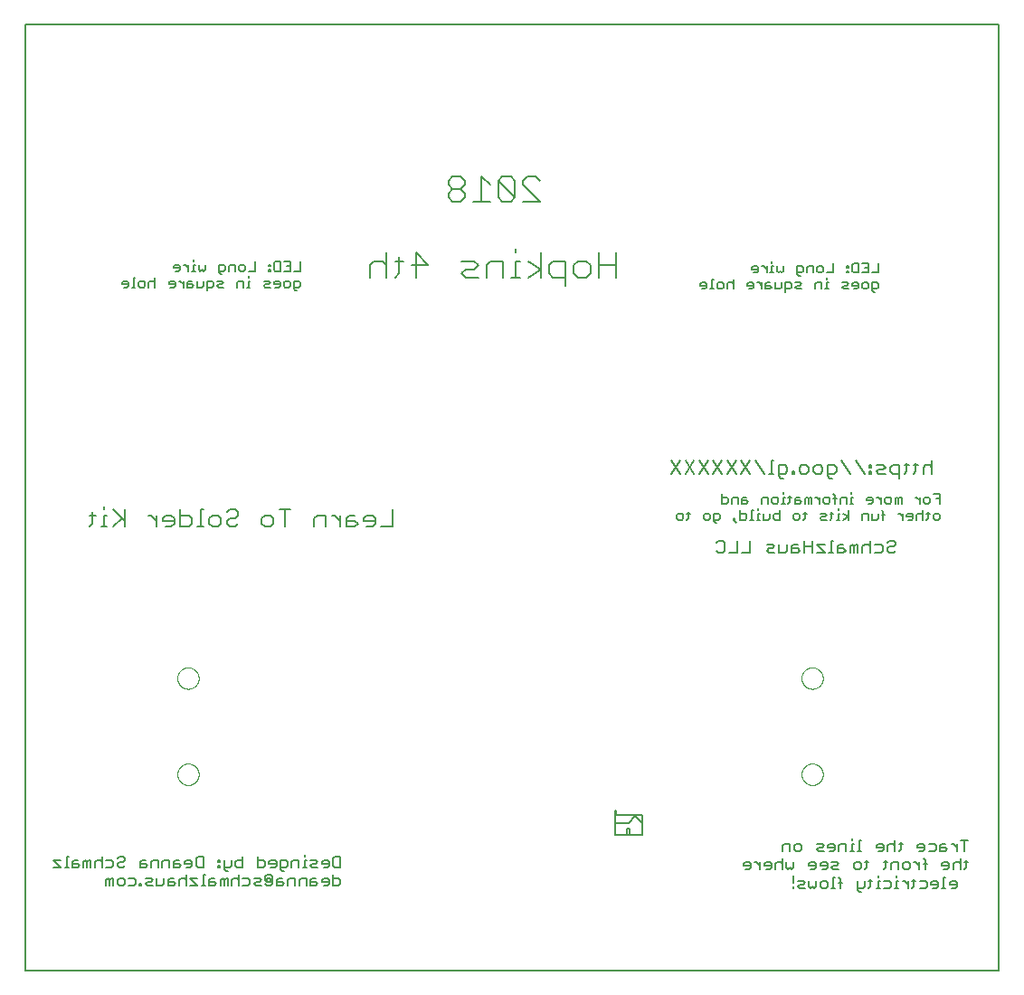
<source format=gbo>
G75*
%MOIN*%
%OFA0B0*%
%FSLAX25Y25*%
%IPPOS*%
%LPD*%
%AMOC8*
5,1,8,0,0,1.08239X$1,22.5*
%
%ADD10C,0.00800*%
%ADD11C,0.00600*%
%ADD12C,0.00500*%
%ADD13C,0.00700*%
%ADD14C,0.00000*%
D10*
X0218603Y0051182D02*
X0223103Y0051182D01*
X0223103Y0053682D01*
X0224103Y0053682D01*
X0224103Y0051682D01*
X0223103Y0051182D02*
X0228603Y0051182D01*
X0228603Y0055682D01*
X0226103Y0058182D01*
X0223603Y0055682D01*
X0218603Y0055682D01*
X0218603Y0051182D01*
X0218603Y0055682D02*
X0218603Y0060182D01*
X0219103Y0060182D01*
X0219103Y0058682D01*
X0228603Y0058682D01*
X0228603Y0055682D01*
X0200437Y0253552D02*
X0200437Y0262760D01*
X0195833Y0262760D01*
X0194298Y0261225D01*
X0194298Y0258156D01*
X0195833Y0256621D01*
X0200437Y0256621D01*
X0203506Y0258156D02*
X0203506Y0261225D01*
X0205041Y0262760D01*
X0208110Y0262760D01*
X0209645Y0261225D01*
X0209645Y0258156D01*
X0208110Y0256621D01*
X0205041Y0256621D01*
X0203506Y0258156D01*
X0212714Y0256621D02*
X0212714Y0265829D01*
X0212714Y0261225D02*
X0218853Y0261225D01*
X0218853Y0256621D02*
X0218853Y0265829D01*
X0191229Y0265829D02*
X0191229Y0256621D01*
X0191229Y0259691D02*
X0186625Y0262760D01*
X0183556Y0262760D02*
X0182021Y0262760D01*
X0182021Y0256621D01*
X0180487Y0256621D02*
X0183556Y0256621D01*
X0186625Y0256621D02*
X0191229Y0259691D01*
X0182021Y0265829D02*
X0182021Y0267364D01*
X0177417Y0262760D02*
X0172813Y0262760D01*
X0171279Y0261225D01*
X0171279Y0256621D01*
X0168210Y0256621D02*
X0163606Y0256621D01*
X0162071Y0258156D01*
X0163606Y0259691D01*
X0166675Y0259691D01*
X0168210Y0261225D01*
X0166675Y0262760D01*
X0162071Y0262760D01*
X0149794Y0261225D02*
X0143655Y0261225D01*
X0140586Y0262760D02*
X0137517Y0262760D01*
X0139051Y0264294D02*
X0139051Y0258156D01*
X0137517Y0256621D01*
X0134447Y0256621D02*
X0134447Y0265829D01*
X0132913Y0262760D02*
X0129843Y0262760D01*
X0128309Y0261225D01*
X0128309Y0256621D01*
X0134447Y0261225D02*
X0132913Y0262760D01*
X0145190Y0265829D02*
X0145190Y0256621D01*
X0149794Y0261225D02*
X0145190Y0265829D01*
X0158751Y0284672D02*
X0161821Y0284672D01*
X0163355Y0286207D01*
X0163355Y0287742D01*
X0161821Y0289276D01*
X0158751Y0289276D01*
X0157217Y0287742D01*
X0157217Y0286207D01*
X0158751Y0284672D01*
X0158751Y0289276D02*
X0157217Y0290811D01*
X0157217Y0292346D01*
X0158751Y0293880D01*
X0161821Y0293880D01*
X0163355Y0292346D01*
X0163355Y0290811D01*
X0161821Y0289276D01*
X0166424Y0284672D02*
X0172563Y0284672D01*
X0169494Y0284672D02*
X0169494Y0293880D01*
X0172563Y0290811D01*
X0175632Y0292346D02*
X0175632Y0286207D01*
X0177167Y0284672D01*
X0180236Y0284672D01*
X0181771Y0286207D01*
X0175632Y0292346D01*
X0177167Y0293880D01*
X0180236Y0293880D01*
X0181771Y0292346D01*
X0181771Y0286207D01*
X0184840Y0284672D02*
X0190979Y0284672D01*
X0184840Y0290811D01*
X0184840Y0292346D01*
X0186375Y0293880D01*
X0189444Y0293880D01*
X0190979Y0292346D01*
X0177417Y0262760D02*
X0177417Y0256621D01*
D11*
X0001300Y0350001D02*
X0001300Y0001300D01*
X0360001Y0001300D01*
X0360001Y0350001D01*
X0001300Y0350001D01*
X0030424Y0172262D02*
X0030424Y0171194D01*
X0030424Y0169059D02*
X0030424Y0164789D01*
X0031491Y0164789D02*
X0029356Y0164789D01*
X0026127Y0165857D02*
X0025059Y0164789D01*
X0026127Y0165857D02*
X0026127Y0170127D01*
X0027194Y0169059D02*
X0025059Y0169059D01*
X0030424Y0169059D02*
X0031491Y0169059D01*
X0033666Y0171194D02*
X0037937Y0166924D01*
X0036869Y0167992D02*
X0033666Y0164789D01*
X0037937Y0164789D02*
X0037937Y0171194D01*
X0046551Y0169059D02*
X0047618Y0169059D01*
X0049754Y0166924D01*
X0049754Y0164789D02*
X0049754Y0169059D01*
X0051929Y0167992D02*
X0051929Y0166924D01*
X0056199Y0166924D01*
X0056199Y0165857D02*
X0056199Y0167992D01*
X0055131Y0169059D01*
X0052996Y0169059D01*
X0051929Y0167992D01*
X0052996Y0164789D02*
X0055131Y0164789D01*
X0056199Y0165857D01*
X0058374Y0164789D02*
X0061577Y0164789D01*
X0062645Y0165857D01*
X0062645Y0167992D01*
X0061577Y0169059D01*
X0058374Y0169059D01*
X0058374Y0171194D02*
X0058374Y0164789D01*
X0064806Y0164789D02*
X0066941Y0164789D01*
X0065874Y0164789D02*
X0065874Y0171194D01*
X0066941Y0171194D01*
X0069117Y0167992D02*
X0070184Y0169059D01*
X0072319Y0169059D01*
X0073387Y0167992D01*
X0073387Y0165857D01*
X0072319Y0164789D01*
X0070184Y0164789D01*
X0069117Y0165857D01*
X0069117Y0167992D01*
X0075562Y0166924D02*
X0075562Y0165857D01*
X0076630Y0164789D01*
X0078765Y0164789D01*
X0079832Y0165857D01*
X0078765Y0167992D02*
X0079832Y0169059D01*
X0079832Y0170127D01*
X0078765Y0171194D01*
X0076630Y0171194D01*
X0075562Y0170127D01*
X0076630Y0167992D02*
X0075562Y0166924D01*
X0076630Y0167992D02*
X0078765Y0167992D01*
X0088453Y0167992D02*
X0089521Y0169059D01*
X0091656Y0169059D01*
X0092723Y0167992D01*
X0092723Y0165857D01*
X0091656Y0164789D01*
X0089521Y0164789D01*
X0088453Y0165857D01*
X0088453Y0167992D01*
X0094899Y0171194D02*
X0099169Y0171194D01*
X0097034Y0171194D02*
X0097034Y0164789D01*
X0107790Y0164789D02*
X0107790Y0167992D01*
X0108857Y0169059D01*
X0112060Y0169059D01*
X0112060Y0164789D01*
X0115296Y0169059D02*
X0117431Y0166924D01*
X0117431Y0164789D02*
X0117431Y0169059D01*
X0115296Y0169059D02*
X0114228Y0169059D01*
X0119606Y0167992D02*
X0119606Y0164789D01*
X0122809Y0164789D01*
X0123877Y0165857D01*
X0122809Y0166924D01*
X0119606Y0166924D01*
X0119606Y0167992D02*
X0120674Y0169059D01*
X0122809Y0169059D01*
X0126052Y0167992D02*
X0126052Y0166924D01*
X0130322Y0166924D01*
X0130322Y0165857D02*
X0130322Y0167992D01*
X0129255Y0169059D01*
X0127119Y0169059D01*
X0126052Y0167992D01*
X0127119Y0164789D02*
X0129255Y0164789D01*
X0130322Y0165857D01*
X0132497Y0164789D02*
X0136768Y0164789D01*
X0136768Y0171194D01*
X0256108Y0158990D02*
X0256842Y0159724D01*
X0258310Y0159724D01*
X0259044Y0158990D01*
X0259044Y0156054D01*
X0258310Y0155320D01*
X0256842Y0155320D01*
X0256108Y0156054D01*
X0260712Y0155320D02*
X0263648Y0155320D01*
X0263648Y0159724D01*
X0265316Y0155320D02*
X0268252Y0155320D01*
X0268252Y0159724D01*
X0274524Y0158256D02*
X0276726Y0158256D01*
X0277460Y0157522D01*
X0276726Y0156788D01*
X0275258Y0156788D01*
X0274524Y0156054D01*
X0275258Y0155320D01*
X0277460Y0155320D01*
X0279128Y0155320D02*
X0279128Y0158256D01*
X0279128Y0155320D02*
X0281330Y0155320D01*
X0282064Y0156054D01*
X0282064Y0158256D01*
X0283732Y0157522D02*
X0284466Y0158256D01*
X0285934Y0158256D01*
X0285934Y0156788D02*
X0283732Y0156788D01*
X0283732Y0157522D02*
X0283732Y0155320D01*
X0285934Y0155320D01*
X0286668Y0156054D01*
X0285934Y0156788D01*
X0288336Y0157522D02*
X0291272Y0157522D01*
X0292940Y0158256D02*
X0295876Y0155320D01*
X0292940Y0155320D01*
X0291272Y0155320D02*
X0291272Y0159724D01*
X0292940Y0158256D02*
X0295876Y0158256D01*
X0298211Y0159724D02*
X0298211Y0155320D01*
X0298945Y0155320D02*
X0297477Y0155320D01*
X0300613Y0155320D02*
X0302815Y0155320D01*
X0303549Y0156054D01*
X0302815Y0156788D01*
X0300613Y0156788D01*
X0300613Y0157522D02*
X0300613Y0155320D01*
X0300613Y0157522D02*
X0301347Y0158256D01*
X0302815Y0158256D01*
X0305217Y0157522D02*
X0305217Y0155320D01*
X0306685Y0155320D02*
X0306685Y0157522D01*
X0305951Y0158256D01*
X0305217Y0157522D01*
X0306685Y0157522D02*
X0307419Y0158256D01*
X0308153Y0158256D01*
X0308153Y0155320D01*
X0309821Y0155320D02*
X0309821Y0157522D01*
X0310555Y0158256D01*
X0312023Y0158256D01*
X0312757Y0157522D01*
X0314425Y0158256D02*
X0316627Y0158256D01*
X0317361Y0157522D01*
X0317361Y0156054D01*
X0316627Y0155320D01*
X0314425Y0155320D01*
X0312757Y0155320D02*
X0312757Y0159724D01*
X0319029Y0158990D02*
X0319763Y0159724D01*
X0321231Y0159724D01*
X0321965Y0158990D01*
X0321965Y0158256D01*
X0321231Y0157522D01*
X0319763Y0157522D01*
X0319029Y0156788D01*
X0319029Y0156054D01*
X0319763Y0155320D01*
X0321231Y0155320D01*
X0321965Y0156054D01*
X0298945Y0159724D02*
X0298211Y0159724D01*
X0288336Y0159724D02*
X0288336Y0155320D01*
D12*
X0288038Y0167416D02*
X0288621Y0168000D01*
X0288621Y0170335D01*
X0289205Y0169751D02*
X0288038Y0169751D01*
X0286750Y0169168D02*
X0286750Y0168000D01*
X0286166Y0167416D01*
X0284998Y0167416D01*
X0284414Y0168000D01*
X0284414Y0169168D01*
X0284998Y0169751D01*
X0286166Y0169751D01*
X0286750Y0169168D01*
X0286780Y0173416D02*
X0285028Y0173416D01*
X0285028Y0175168D01*
X0285612Y0175751D01*
X0286780Y0175751D01*
X0286780Y0174584D02*
X0285028Y0174584D01*
X0286780Y0174584D02*
X0287364Y0174000D01*
X0286780Y0173416D01*
X0288711Y0173416D02*
X0288711Y0175168D01*
X0289295Y0175751D01*
X0289879Y0175168D01*
X0289879Y0173416D01*
X0291047Y0173416D02*
X0291047Y0175751D01*
X0290463Y0175751D01*
X0289879Y0175168D01*
X0292365Y0175751D02*
X0292948Y0175751D01*
X0294116Y0174584D01*
X0294116Y0175751D02*
X0294116Y0173416D01*
X0295464Y0174000D02*
X0295464Y0175168D01*
X0296048Y0175751D01*
X0297215Y0175751D01*
X0297799Y0175168D01*
X0297799Y0174000D01*
X0297215Y0173416D01*
X0296048Y0173416D01*
X0295464Y0174000D01*
X0299087Y0175168D02*
X0300255Y0175168D01*
X0299671Y0176335D02*
X0299087Y0176919D01*
X0299671Y0176335D02*
X0299671Y0173416D01*
X0301602Y0173416D02*
X0301602Y0175168D01*
X0302186Y0175751D01*
X0303938Y0175751D01*
X0303938Y0173416D01*
X0305226Y0173416D02*
X0306393Y0173416D01*
X0305809Y0173416D02*
X0305809Y0175751D01*
X0306393Y0175751D01*
X0305809Y0176919D02*
X0305809Y0177503D01*
X0311424Y0175168D02*
X0311424Y0174584D01*
X0313759Y0174584D01*
X0313759Y0175168D02*
X0313176Y0175751D01*
X0312008Y0175751D01*
X0311424Y0175168D01*
X0312008Y0173416D02*
X0313176Y0173416D01*
X0313759Y0174000D01*
X0313759Y0175168D01*
X0315077Y0175751D02*
X0315661Y0175751D01*
X0316829Y0174584D01*
X0316829Y0175751D02*
X0316829Y0173416D01*
X0318177Y0174000D02*
X0318177Y0175168D01*
X0318760Y0175751D01*
X0319928Y0175751D01*
X0320512Y0175168D01*
X0320512Y0174000D01*
X0319928Y0173416D01*
X0318760Y0173416D01*
X0318177Y0174000D01*
X0316889Y0170919D02*
X0317473Y0170335D01*
X0317473Y0167416D01*
X0318056Y0169168D02*
X0316889Y0169168D01*
X0315601Y0169751D02*
X0315601Y0168000D01*
X0315017Y0167416D01*
X0313266Y0167416D01*
X0313266Y0169751D01*
X0311918Y0169751D02*
X0310166Y0169751D01*
X0309583Y0169168D01*
X0309583Y0167416D01*
X0311918Y0167416D02*
X0311918Y0169751D01*
X0304552Y0168584D02*
X0302800Y0169751D01*
X0301482Y0169751D02*
X0300899Y0169751D01*
X0300899Y0167416D01*
X0301482Y0167416D02*
X0300315Y0167416D01*
X0298443Y0168000D02*
X0298443Y0170335D01*
X0299027Y0169751D02*
X0297859Y0169751D01*
X0296572Y0169168D02*
X0295988Y0169751D01*
X0294236Y0169751D01*
X0294820Y0168584D02*
X0295988Y0168584D01*
X0296572Y0169168D01*
X0296572Y0167416D02*
X0294820Y0167416D01*
X0294236Y0168000D01*
X0294820Y0168584D01*
X0297859Y0167416D02*
X0298443Y0168000D01*
X0300899Y0170919D02*
X0300899Y0171503D01*
X0304552Y0170919D02*
X0304552Y0167416D01*
X0304552Y0168584D02*
X0302800Y0167416D01*
X0283097Y0174000D02*
X0282513Y0173416D01*
X0283097Y0174000D02*
X0283097Y0176335D01*
X0283680Y0175751D02*
X0282513Y0175751D01*
X0281225Y0175751D02*
X0280641Y0175751D01*
X0280641Y0173416D01*
X0281225Y0173416D02*
X0280057Y0173416D01*
X0278770Y0174000D02*
X0278186Y0173416D01*
X0277018Y0173416D01*
X0276434Y0174000D01*
X0276434Y0175168D01*
X0277018Y0175751D01*
X0278186Y0175751D01*
X0278770Y0175168D01*
X0278770Y0174000D01*
X0279384Y0170919D02*
X0279384Y0167416D01*
X0277632Y0167416D01*
X0277048Y0168000D01*
X0277048Y0169168D01*
X0277632Y0169751D01*
X0279384Y0169751D01*
X0275700Y0169751D02*
X0275700Y0168000D01*
X0275117Y0167416D01*
X0273365Y0167416D01*
X0273365Y0169751D01*
X0272017Y0169751D02*
X0271433Y0169751D01*
X0271433Y0167416D01*
X0270850Y0167416D02*
X0272017Y0167416D01*
X0269562Y0167416D02*
X0268394Y0167416D01*
X0268978Y0167416D02*
X0268978Y0170919D01*
X0269562Y0170919D01*
X0271433Y0170919D02*
X0271433Y0171503D01*
X0272751Y0173416D02*
X0272751Y0175168D01*
X0273335Y0175751D01*
X0275087Y0175751D01*
X0275087Y0173416D01*
X0280641Y0176919D02*
X0280641Y0177503D01*
X0267720Y0174000D02*
X0267136Y0174584D01*
X0265385Y0174584D01*
X0265385Y0175168D02*
X0265385Y0173416D01*
X0267136Y0173416D01*
X0267720Y0174000D01*
X0267136Y0175751D02*
X0265969Y0175751D01*
X0265385Y0175168D01*
X0264037Y0175751D02*
X0264037Y0173416D01*
X0261702Y0173416D02*
X0261702Y0175168D01*
X0262286Y0175751D01*
X0264037Y0175751D01*
X0260354Y0175168D02*
X0259770Y0175751D01*
X0258019Y0175751D01*
X0258019Y0176919D02*
X0258019Y0173416D01*
X0259770Y0173416D01*
X0260354Y0174000D01*
X0260354Y0175168D01*
X0264771Y0170919D02*
X0264771Y0167416D01*
X0266523Y0167416D01*
X0267106Y0168000D01*
X0267106Y0169168D01*
X0266523Y0169751D01*
X0264771Y0169751D01*
X0262839Y0168000D02*
X0262839Y0167416D01*
X0262256Y0167416D01*
X0262256Y0168000D01*
X0262839Y0168000D01*
X0262256Y0167416D02*
X0263423Y0166248D01*
X0257285Y0168000D02*
X0257285Y0169168D01*
X0256701Y0169751D01*
X0254949Y0169751D01*
X0254949Y0166832D01*
X0255533Y0166248D01*
X0256117Y0166248D01*
X0256701Y0167416D02*
X0254949Y0167416D01*
X0253602Y0168000D02*
X0253018Y0167416D01*
X0251850Y0167416D01*
X0251266Y0168000D01*
X0251266Y0169168D01*
X0251850Y0169751D01*
X0253018Y0169751D01*
X0253602Y0169168D01*
X0253602Y0168000D01*
X0256701Y0167416D02*
X0257285Y0168000D01*
X0246235Y0169751D02*
X0245068Y0169751D01*
X0245651Y0170335D02*
X0245651Y0168000D01*
X0245068Y0167416D01*
X0243780Y0168000D02*
X0243196Y0167416D01*
X0242028Y0167416D01*
X0241444Y0168000D01*
X0241444Y0169168D01*
X0242028Y0169751D01*
X0243196Y0169751D01*
X0243780Y0169168D01*
X0243780Y0168000D01*
X0321860Y0173416D02*
X0321860Y0175168D01*
X0322444Y0175751D01*
X0323027Y0175168D01*
X0323027Y0173416D01*
X0324195Y0173416D02*
X0324195Y0175751D01*
X0323611Y0175751D01*
X0323027Y0175168D01*
X0323057Y0169751D02*
X0323641Y0169751D01*
X0324809Y0168584D01*
X0324809Y0169751D02*
X0324809Y0167416D01*
X0326157Y0168584D02*
X0326157Y0169168D01*
X0326741Y0169751D01*
X0327908Y0169751D01*
X0328492Y0169168D01*
X0328492Y0168000D01*
X0327908Y0167416D01*
X0326741Y0167416D01*
X0326157Y0168584D02*
X0328492Y0168584D01*
X0329840Y0169168D02*
X0329840Y0167416D01*
X0329840Y0169168D02*
X0330424Y0169751D01*
X0331591Y0169751D01*
X0332175Y0169168D01*
X0333463Y0169751D02*
X0334631Y0169751D01*
X0334047Y0170335D02*
X0334047Y0168000D01*
X0333463Y0167416D01*
X0332175Y0167416D02*
X0332175Y0170919D01*
X0332879Y0173416D02*
X0332295Y0174000D01*
X0332295Y0175168D01*
X0332879Y0175751D01*
X0334047Y0175751D01*
X0334631Y0175168D01*
X0334631Y0174000D01*
X0334047Y0173416D01*
X0332879Y0173416D01*
X0330947Y0173416D02*
X0330947Y0175751D01*
X0329780Y0175751D02*
X0329196Y0175751D01*
X0329780Y0175751D02*
X0330947Y0174584D01*
X0335978Y0176919D02*
X0338314Y0176919D01*
X0338314Y0173416D01*
X0338314Y0175168D02*
X0337146Y0175168D01*
X0336562Y0169751D02*
X0335978Y0169168D01*
X0335978Y0168000D01*
X0336562Y0167416D01*
X0337730Y0167416D01*
X0338314Y0168000D01*
X0338314Y0169168D01*
X0337730Y0169751D01*
X0336562Y0169751D01*
X0314489Y0251288D02*
X0313905Y0251288D01*
X0313321Y0251872D01*
X0313321Y0254791D01*
X0315072Y0254791D01*
X0315656Y0254207D01*
X0315656Y0253039D01*
X0315072Y0252456D01*
X0313321Y0252456D01*
X0311973Y0253039D02*
X0311389Y0252456D01*
X0310222Y0252456D01*
X0309638Y0253039D01*
X0309638Y0254207D01*
X0310222Y0254791D01*
X0311389Y0254791D01*
X0311973Y0254207D01*
X0311973Y0253039D01*
X0308290Y0253039D02*
X0307706Y0252456D01*
X0306539Y0252456D01*
X0305955Y0253623D02*
X0308290Y0253623D01*
X0308290Y0253039D02*
X0308290Y0254207D01*
X0307706Y0254791D01*
X0306539Y0254791D01*
X0305955Y0254207D01*
X0305955Y0253623D01*
X0304607Y0254207D02*
X0304023Y0254791D01*
X0302272Y0254791D01*
X0302855Y0253623D02*
X0304023Y0253623D01*
X0304607Y0254207D01*
X0304607Y0252456D02*
X0302855Y0252456D01*
X0302272Y0253039D01*
X0302855Y0253623D01*
X0304023Y0258456D02*
X0304607Y0258456D01*
X0304607Y0259039D01*
X0304023Y0259039D01*
X0304023Y0258456D01*
X0304023Y0260207D02*
X0304607Y0260207D01*
X0304607Y0260791D01*
X0304023Y0260791D01*
X0304023Y0260207D01*
X0305955Y0261375D02*
X0306539Y0261959D01*
X0308290Y0261959D01*
X0308290Y0258456D01*
X0306539Y0258456D01*
X0305955Y0259039D01*
X0305955Y0261375D01*
X0309638Y0261959D02*
X0311973Y0261959D01*
X0311973Y0258456D01*
X0309638Y0258456D01*
X0310805Y0260207D02*
X0311973Y0260207D01*
X0313321Y0258456D02*
X0315656Y0258456D01*
X0315656Y0261959D01*
X0299082Y0261959D02*
X0299082Y0258456D01*
X0296747Y0258456D01*
X0295399Y0259039D02*
X0295399Y0260207D01*
X0294815Y0260791D01*
X0293648Y0260791D01*
X0293064Y0260207D01*
X0293064Y0259039D01*
X0293648Y0258456D01*
X0294815Y0258456D01*
X0295399Y0259039D01*
X0296657Y0256542D02*
X0296657Y0255959D01*
X0296657Y0254791D02*
X0296657Y0252456D01*
X0297241Y0252456D02*
X0296073Y0252456D01*
X0294785Y0252456D02*
X0294785Y0254791D01*
X0293034Y0254791D01*
X0292450Y0254207D01*
X0292450Y0252456D01*
X0287419Y0252456D02*
X0285667Y0252456D01*
X0285084Y0253039D01*
X0285667Y0253623D01*
X0286835Y0253623D01*
X0287419Y0254207D01*
X0286835Y0254791D01*
X0285084Y0254791D01*
X0283736Y0254207D02*
X0283736Y0253039D01*
X0283152Y0252456D01*
X0281400Y0252456D01*
X0281400Y0251288D02*
X0281400Y0254791D01*
X0283152Y0254791D01*
X0283736Y0254207D01*
X0280053Y0254791D02*
X0280053Y0253039D01*
X0279469Y0252456D01*
X0277717Y0252456D01*
X0277717Y0254791D01*
X0275786Y0254791D02*
X0274618Y0254791D01*
X0274034Y0254207D01*
X0274034Y0252456D01*
X0275786Y0252456D01*
X0276369Y0253039D01*
X0275786Y0253623D01*
X0274034Y0253623D01*
X0272686Y0253623D02*
X0271519Y0254791D01*
X0270935Y0254791D01*
X0269617Y0254207D02*
X0269033Y0254791D01*
X0267866Y0254791D01*
X0267282Y0254207D01*
X0267282Y0253623D01*
X0269617Y0253623D01*
X0269617Y0253039D02*
X0269617Y0254207D01*
X0269617Y0253039D02*
X0269033Y0252456D01*
X0267866Y0252456D01*
X0272686Y0252456D02*
X0272686Y0254791D01*
X0270875Y0258456D02*
X0271459Y0259039D01*
X0271459Y0260207D01*
X0270875Y0260791D01*
X0269707Y0260791D01*
X0269123Y0260207D01*
X0269123Y0259623D01*
X0271459Y0259623D01*
X0270875Y0258456D02*
X0269707Y0258456D01*
X0272776Y0260791D02*
X0273360Y0260791D01*
X0274528Y0259623D01*
X0274528Y0258456D02*
X0274528Y0260791D01*
X0276399Y0260791D02*
X0276399Y0258456D01*
X0275816Y0258456D02*
X0276983Y0258456D01*
X0278331Y0259039D02*
X0278331Y0260791D01*
X0276983Y0260791D02*
X0276399Y0260791D01*
X0276399Y0261959D02*
X0276399Y0262542D01*
X0278331Y0259039D02*
X0278915Y0258456D01*
X0279499Y0259039D01*
X0280083Y0258456D01*
X0280666Y0259039D01*
X0280666Y0260791D01*
X0285697Y0260791D02*
X0285697Y0257872D01*
X0286281Y0257288D01*
X0286865Y0257288D01*
X0287449Y0258456D02*
X0285697Y0258456D01*
X0287449Y0258456D02*
X0288033Y0259039D01*
X0288033Y0260207D01*
X0287449Y0260791D01*
X0285697Y0260791D01*
X0289381Y0260207D02*
X0289381Y0258456D01*
X0289381Y0260207D02*
X0289964Y0260791D01*
X0291716Y0260791D01*
X0291716Y0258456D01*
X0296657Y0254791D02*
X0297241Y0254791D01*
X0262251Y0254207D02*
X0261667Y0254791D01*
X0260499Y0254791D01*
X0259915Y0254207D01*
X0259915Y0252456D01*
X0258568Y0253039D02*
X0257984Y0252456D01*
X0256816Y0252456D01*
X0256232Y0253039D01*
X0256232Y0254207D01*
X0256816Y0254791D01*
X0257984Y0254791D01*
X0258568Y0254207D01*
X0258568Y0253039D01*
X0262251Y0252456D02*
X0262251Y0255959D01*
X0254884Y0255959D02*
X0254301Y0255959D01*
X0254301Y0252456D01*
X0254884Y0252456D02*
X0253717Y0252456D01*
X0252429Y0253039D02*
X0252429Y0254207D01*
X0251845Y0254791D01*
X0250678Y0254791D01*
X0250094Y0254207D01*
X0250094Y0253623D01*
X0252429Y0253623D01*
X0252429Y0253039D02*
X0251845Y0252456D01*
X0250678Y0252456D01*
X0102585Y0253630D02*
X0102002Y0253046D01*
X0100250Y0253046D01*
X0100250Y0252462D02*
X0100250Y0255381D01*
X0102002Y0255381D01*
X0102585Y0254798D01*
X0102585Y0253630D01*
X0101418Y0251878D02*
X0100834Y0251878D01*
X0100250Y0252462D01*
X0098902Y0253630D02*
X0098318Y0253046D01*
X0097151Y0253046D01*
X0096567Y0253630D01*
X0096567Y0254798D01*
X0097151Y0255381D01*
X0098318Y0255381D01*
X0098902Y0254798D01*
X0098902Y0253630D01*
X0095219Y0253630D02*
X0095219Y0254798D01*
X0094635Y0255381D01*
X0093468Y0255381D01*
X0092884Y0254798D01*
X0092884Y0254214D01*
X0095219Y0254214D01*
X0095219Y0253630D02*
X0094635Y0253046D01*
X0093468Y0253046D01*
X0091536Y0253046D02*
X0089785Y0253046D01*
X0089201Y0253630D01*
X0089785Y0254214D01*
X0090952Y0254214D01*
X0091536Y0254798D01*
X0090952Y0255381D01*
X0089201Y0255381D01*
X0090952Y0259046D02*
X0091536Y0259046D01*
X0091536Y0259630D01*
X0090952Y0259630D01*
X0090952Y0259046D01*
X0090952Y0260798D02*
X0091536Y0260798D01*
X0091536Y0261381D01*
X0090952Y0261381D01*
X0090952Y0260798D01*
X0092884Y0261965D02*
X0093468Y0262549D01*
X0095219Y0262549D01*
X0095219Y0259046D01*
X0093468Y0259046D01*
X0092884Y0259630D01*
X0092884Y0261965D01*
X0096567Y0262549D02*
X0098902Y0262549D01*
X0098902Y0259046D01*
X0096567Y0259046D01*
X0097735Y0260798D02*
X0098902Y0260798D01*
X0100250Y0259046D02*
X0102585Y0259046D01*
X0102585Y0262549D01*
X0086011Y0262549D02*
X0086011Y0259046D01*
X0083676Y0259046D01*
X0082328Y0259630D02*
X0082328Y0260798D01*
X0081744Y0261381D01*
X0080577Y0261381D01*
X0079993Y0260798D01*
X0079993Y0259630D01*
X0080577Y0259046D01*
X0081744Y0259046D01*
X0082328Y0259630D01*
X0083586Y0257133D02*
X0083586Y0256549D01*
X0083586Y0255381D02*
X0083586Y0253046D01*
X0084170Y0253046D02*
X0083002Y0253046D01*
X0081714Y0253046D02*
X0081714Y0255381D01*
X0079963Y0255381D01*
X0079379Y0254798D01*
X0079379Y0253046D01*
X0074348Y0253046D02*
X0072597Y0253046D01*
X0072013Y0253630D01*
X0072597Y0254214D01*
X0073764Y0254214D01*
X0074348Y0254798D01*
X0073764Y0255381D01*
X0072013Y0255381D01*
X0070665Y0254798D02*
X0070665Y0253630D01*
X0070081Y0253046D01*
X0068330Y0253046D01*
X0068330Y0251878D02*
X0068330Y0255381D01*
X0070081Y0255381D01*
X0070665Y0254798D01*
X0066982Y0255381D02*
X0066982Y0253630D01*
X0066398Y0253046D01*
X0064646Y0253046D01*
X0064646Y0255381D01*
X0062715Y0255381D02*
X0061547Y0255381D01*
X0060963Y0254798D01*
X0060963Y0253046D01*
X0062715Y0253046D01*
X0063299Y0253630D01*
X0062715Y0254214D01*
X0060963Y0254214D01*
X0059615Y0254214D02*
X0058448Y0255381D01*
X0057864Y0255381D01*
X0056546Y0254798D02*
X0055962Y0255381D01*
X0054795Y0255381D01*
X0054211Y0254798D01*
X0054211Y0254214D01*
X0056546Y0254214D01*
X0056546Y0253630D02*
X0056546Y0254798D01*
X0056546Y0253630D02*
X0055962Y0253046D01*
X0054795Y0253046D01*
X0059615Y0253046D02*
X0059615Y0255381D01*
X0057804Y0259046D02*
X0058388Y0259630D01*
X0058388Y0260798D01*
X0057804Y0261381D01*
X0056636Y0261381D01*
X0056052Y0260798D01*
X0056052Y0260214D01*
X0058388Y0260214D01*
X0057804Y0259046D02*
X0056636Y0259046D01*
X0059705Y0261381D02*
X0060289Y0261381D01*
X0061457Y0260214D01*
X0061457Y0261381D02*
X0061457Y0259046D01*
X0062745Y0259046D02*
X0063912Y0259046D01*
X0063329Y0259046D02*
X0063329Y0261381D01*
X0063912Y0261381D01*
X0063329Y0262549D02*
X0063329Y0263133D01*
X0065260Y0261381D02*
X0065260Y0259630D01*
X0065844Y0259046D01*
X0066428Y0259630D01*
X0067012Y0259046D01*
X0067596Y0259630D01*
X0067596Y0261381D01*
X0072627Y0261381D02*
X0072627Y0258462D01*
X0073210Y0257878D01*
X0073794Y0257878D01*
X0074378Y0259046D02*
X0072627Y0259046D01*
X0074378Y0259046D02*
X0074962Y0259630D01*
X0074962Y0260798D01*
X0074378Y0261381D01*
X0072627Y0261381D01*
X0076310Y0260798D02*
X0076310Y0259046D01*
X0076310Y0260798D02*
X0076894Y0261381D01*
X0078645Y0261381D01*
X0078645Y0259046D01*
X0083586Y0255381D02*
X0084170Y0255381D01*
X0049180Y0254798D02*
X0048596Y0255381D01*
X0047428Y0255381D01*
X0046845Y0254798D01*
X0046845Y0253046D01*
X0045497Y0253630D02*
X0044913Y0253046D01*
X0043745Y0253046D01*
X0043161Y0253630D01*
X0043161Y0254798D01*
X0043745Y0255381D01*
X0044913Y0255381D01*
X0045497Y0254798D01*
X0045497Y0253630D01*
X0049180Y0253046D02*
X0049180Y0256549D01*
X0041814Y0256549D02*
X0041230Y0256549D01*
X0041230Y0253046D01*
X0041814Y0253046D02*
X0040646Y0253046D01*
X0039358Y0253630D02*
X0039358Y0254798D01*
X0038774Y0255381D01*
X0037607Y0255381D01*
X0037023Y0254798D01*
X0037023Y0254214D01*
X0039358Y0254214D01*
X0039358Y0253630D02*
X0038774Y0253046D01*
X0037607Y0253046D01*
X0037244Y0043189D02*
X0035910Y0043189D01*
X0035243Y0042522D01*
X0035910Y0041188D02*
X0035243Y0040520D01*
X0035243Y0039853D01*
X0035910Y0039186D01*
X0037244Y0039186D01*
X0037912Y0039853D01*
X0037244Y0041188D02*
X0035910Y0041188D01*
X0037244Y0041188D02*
X0037912Y0041855D01*
X0037912Y0042522D01*
X0037244Y0043189D01*
X0033768Y0041188D02*
X0033768Y0039853D01*
X0033101Y0039186D01*
X0031099Y0039186D01*
X0029625Y0039186D02*
X0029625Y0043189D01*
X0028957Y0041855D02*
X0027623Y0041855D01*
X0026956Y0041188D01*
X0026956Y0039186D01*
X0025481Y0039186D02*
X0025481Y0041855D01*
X0024814Y0041855D01*
X0024147Y0041188D01*
X0023479Y0041855D01*
X0022812Y0041188D01*
X0022812Y0039186D01*
X0024147Y0039186D02*
X0024147Y0041188D01*
X0021338Y0039853D02*
X0020670Y0040520D01*
X0018669Y0040520D01*
X0018669Y0041188D02*
X0018669Y0039186D01*
X0020670Y0039186D01*
X0021338Y0039853D01*
X0020670Y0041855D02*
X0019336Y0041855D01*
X0018669Y0041188D01*
X0017194Y0043189D02*
X0016527Y0043189D01*
X0016527Y0039186D01*
X0017194Y0039186D02*
X0015859Y0039186D01*
X0014432Y0039186D02*
X0011763Y0039186D01*
X0011763Y0041855D02*
X0014432Y0039186D01*
X0014432Y0041855D02*
X0011763Y0041855D01*
X0028957Y0041855D02*
X0029625Y0041188D01*
X0031099Y0041855D02*
X0033101Y0041855D01*
X0033768Y0041188D01*
X0033768Y0035105D02*
X0033101Y0035105D01*
X0032434Y0034438D01*
X0031766Y0035105D01*
X0031099Y0034438D01*
X0031099Y0032436D01*
X0032434Y0032436D02*
X0032434Y0034438D01*
X0033768Y0035105D02*
X0033768Y0032436D01*
X0035243Y0033103D02*
X0035243Y0034438D01*
X0035910Y0035105D01*
X0037244Y0035105D01*
X0037912Y0034438D01*
X0037912Y0033103D01*
X0037244Y0032436D01*
X0035910Y0032436D01*
X0035243Y0033103D01*
X0039386Y0032436D02*
X0041388Y0032436D01*
X0042055Y0033103D01*
X0042055Y0034438D01*
X0041388Y0035105D01*
X0039386Y0035105D01*
X0043460Y0033103D02*
X0043460Y0032436D01*
X0044127Y0032436D01*
X0044127Y0033103D01*
X0043460Y0033103D01*
X0045602Y0033103D02*
X0046269Y0033770D01*
X0047603Y0033770D01*
X0048271Y0034438D01*
X0047603Y0035105D01*
X0045602Y0035105D01*
X0045602Y0033103D02*
X0046269Y0032436D01*
X0048271Y0032436D01*
X0049745Y0032436D02*
X0049745Y0035105D01*
X0052414Y0035105D02*
X0052414Y0033103D01*
X0051747Y0032436D01*
X0049745Y0032436D01*
X0053889Y0032436D02*
X0055890Y0032436D01*
X0056558Y0033103D01*
X0055890Y0033770D01*
X0053889Y0033770D01*
X0053889Y0034438D02*
X0053889Y0032436D01*
X0053889Y0034438D02*
X0054556Y0035105D01*
X0055890Y0035105D01*
X0058032Y0034438D02*
X0058032Y0032436D01*
X0058032Y0034438D02*
X0058699Y0035105D01*
X0060034Y0035105D01*
X0060701Y0034438D01*
X0062176Y0035105D02*
X0064845Y0032436D01*
X0062176Y0032436D01*
X0060701Y0032436D02*
X0060701Y0036439D01*
X0062176Y0035105D02*
X0064845Y0035105D01*
X0066940Y0036439D02*
X0066940Y0032436D01*
X0067607Y0032436D02*
X0066273Y0032436D01*
X0069082Y0032436D02*
X0071083Y0032436D01*
X0071751Y0033103D01*
X0071083Y0033770D01*
X0069082Y0033770D01*
X0069082Y0034438D02*
X0069082Y0032436D01*
X0069082Y0034438D02*
X0069749Y0035105D01*
X0071083Y0035105D01*
X0073225Y0034438D02*
X0073225Y0032436D01*
X0074560Y0032436D02*
X0074560Y0034438D01*
X0073892Y0035105D01*
X0073225Y0034438D01*
X0074560Y0034438D02*
X0075227Y0035105D01*
X0075894Y0035105D01*
X0075894Y0032436D01*
X0077369Y0032436D02*
X0077369Y0034438D01*
X0078036Y0035105D01*
X0079370Y0035105D01*
X0080038Y0034438D01*
X0081512Y0035105D02*
X0083514Y0035105D01*
X0084181Y0034438D01*
X0084181Y0033103D01*
X0083514Y0032436D01*
X0081512Y0032436D01*
X0080038Y0032436D02*
X0080038Y0036439D01*
X0079417Y0039186D02*
X0078750Y0039853D01*
X0078750Y0041188D01*
X0079417Y0041855D01*
X0081419Y0041855D01*
X0081419Y0043189D02*
X0081419Y0039186D01*
X0079417Y0039186D01*
X0077275Y0039853D02*
X0076608Y0039186D01*
X0074606Y0039186D01*
X0074606Y0038519D02*
X0074606Y0041855D01*
X0073132Y0041855D02*
X0073132Y0041188D01*
X0072465Y0041188D01*
X0072465Y0041855D01*
X0073132Y0041855D01*
X0073132Y0039853D02*
X0073132Y0039186D01*
X0072465Y0039186D01*
X0072465Y0039853D01*
X0073132Y0039853D01*
X0074606Y0038519D02*
X0075274Y0037851D01*
X0075941Y0037851D01*
X0077275Y0039853D02*
X0077275Y0041855D01*
X0085656Y0035105D02*
X0087658Y0035105D01*
X0088325Y0034438D01*
X0087658Y0033770D01*
X0086323Y0033770D01*
X0085656Y0033103D01*
X0086323Y0032436D01*
X0088325Y0032436D01*
X0089799Y0033103D02*
X0090467Y0032436D01*
X0091801Y0032436D01*
X0092468Y0033103D01*
X0092468Y0035772D01*
X0091801Y0036439D01*
X0090467Y0036439D01*
X0089799Y0035772D01*
X0089799Y0034438D01*
X0090467Y0033770D01*
X0090467Y0035105D01*
X0091801Y0035105D01*
X0091801Y0033770D01*
X0090467Y0033770D01*
X0093943Y0033770D02*
X0095945Y0033770D01*
X0096612Y0033103D01*
X0095945Y0032436D01*
X0093943Y0032436D01*
X0093943Y0034438D01*
X0094610Y0035105D01*
X0095945Y0035105D01*
X0098086Y0034438D02*
X0098086Y0032436D01*
X0098086Y0034438D02*
X0098754Y0035105D01*
X0100755Y0035105D01*
X0100755Y0032436D01*
X0102230Y0032436D02*
X0102230Y0034438D01*
X0102897Y0035105D01*
X0104899Y0035105D01*
X0104899Y0032436D01*
X0106373Y0032436D02*
X0108375Y0032436D01*
X0109042Y0033103D01*
X0108375Y0033770D01*
X0106373Y0033770D01*
X0106373Y0034438D02*
X0106373Y0032436D01*
X0106373Y0034438D02*
X0107041Y0035105D01*
X0108375Y0035105D01*
X0110517Y0034438D02*
X0110517Y0033770D01*
X0113186Y0033770D01*
X0113186Y0033103D02*
X0113186Y0034438D01*
X0112519Y0035105D01*
X0111184Y0035105D01*
X0110517Y0034438D01*
X0111184Y0032436D02*
X0112519Y0032436D01*
X0113186Y0033103D01*
X0114661Y0032436D02*
X0116662Y0032436D01*
X0117330Y0033103D01*
X0117330Y0034438D01*
X0116662Y0035105D01*
X0114661Y0035105D01*
X0114661Y0036439D02*
X0114661Y0032436D01*
X0115328Y0039186D02*
X0114661Y0039853D01*
X0114661Y0042522D01*
X0115328Y0043189D01*
X0117330Y0043189D01*
X0117330Y0039186D01*
X0115328Y0039186D01*
X0113186Y0039853D02*
X0113186Y0041188D01*
X0112519Y0041855D01*
X0111184Y0041855D01*
X0110517Y0041188D01*
X0110517Y0040520D01*
X0113186Y0040520D01*
X0113186Y0039853D02*
X0112519Y0039186D01*
X0111184Y0039186D01*
X0109042Y0039186D02*
X0107041Y0039186D01*
X0106373Y0039853D01*
X0107041Y0040520D01*
X0108375Y0040520D01*
X0109042Y0041188D01*
X0108375Y0041855D01*
X0106373Y0041855D01*
X0104899Y0041855D02*
X0104232Y0041855D01*
X0104232Y0039186D01*
X0104899Y0039186D02*
X0103564Y0039186D01*
X0102137Y0039186D02*
X0102137Y0041855D01*
X0100135Y0041855D01*
X0099468Y0041188D01*
X0099468Y0039186D01*
X0097993Y0039853D02*
X0097326Y0039186D01*
X0095324Y0039186D01*
X0095324Y0038519D02*
X0095324Y0041855D01*
X0097326Y0041855D01*
X0097993Y0041188D01*
X0097993Y0039853D01*
X0096659Y0037851D02*
X0095991Y0037851D01*
X0095324Y0038519D01*
X0093849Y0039853D02*
X0093849Y0041188D01*
X0093182Y0041855D01*
X0091848Y0041855D01*
X0091181Y0041188D01*
X0091181Y0040520D01*
X0093849Y0040520D01*
X0093849Y0039853D02*
X0093182Y0039186D01*
X0091848Y0039186D01*
X0089706Y0039853D02*
X0089706Y0041188D01*
X0089039Y0041855D01*
X0087037Y0041855D01*
X0087037Y0043189D02*
X0087037Y0039186D01*
X0089039Y0039186D01*
X0089706Y0039853D01*
X0104232Y0043189D02*
X0104232Y0043856D01*
X0066916Y0043189D02*
X0066916Y0039186D01*
X0064915Y0039186D01*
X0064248Y0039853D01*
X0064248Y0042522D01*
X0064915Y0043189D01*
X0066916Y0043189D01*
X0062773Y0041188D02*
X0062106Y0041855D01*
X0060771Y0041855D01*
X0060104Y0041188D01*
X0060104Y0040520D01*
X0062773Y0040520D01*
X0062773Y0039853D02*
X0062773Y0041188D01*
X0062773Y0039853D02*
X0062106Y0039186D01*
X0060771Y0039186D01*
X0058629Y0039853D02*
X0057962Y0040520D01*
X0055960Y0040520D01*
X0055960Y0041188D02*
X0055960Y0039186D01*
X0057962Y0039186D01*
X0058629Y0039853D01*
X0057962Y0041855D02*
X0056628Y0041855D01*
X0055960Y0041188D01*
X0054486Y0041855D02*
X0052484Y0041855D01*
X0051817Y0041188D01*
X0051817Y0039186D01*
X0050342Y0039186D02*
X0050342Y0041855D01*
X0048341Y0041855D01*
X0047673Y0041188D01*
X0047673Y0039186D01*
X0046199Y0039853D02*
X0045532Y0040520D01*
X0043530Y0040520D01*
X0043530Y0041188D02*
X0043530Y0039186D01*
X0045532Y0039186D01*
X0046199Y0039853D01*
X0045532Y0041855D02*
X0044197Y0041855D01*
X0043530Y0041188D01*
X0054486Y0041855D02*
X0054486Y0039186D01*
X0066940Y0036439D02*
X0067607Y0036439D01*
X0265950Y0039792D02*
X0268619Y0039792D01*
X0268619Y0040459D02*
X0267952Y0041126D01*
X0266617Y0041126D01*
X0265950Y0040459D01*
X0265950Y0039792D01*
X0266617Y0038457D02*
X0267952Y0038457D01*
X0268619Y0039125D01*
X0268619Y0040459D01*
X0270070Y0041126D02*
X0270737Y0041126D01*
X0272072Y0039792D01*
X0272072Y0041126D02*
X0272072Y0038457D01*
X0273546Y0039792D02*
X0276215Y0039792D01*
X0276215Y0040459D02*
X0275548Y0041126D01*
X0274214Y0041126D01*
X0273546Y0040459D01*
X0273546Y0039792D01*
X0274214Y0038457D02*
X0275548Y0038457D01*
X0276215Y0039125D01*
X0276215Y0040459D01*
X0277690Y0040459D02*
X0277690Y0038457D01*
X0277690Y0040459D02*
X0278357Y0041126D01*
X0279692Y0041126D01*
X0280359Y0040459D01*
X0281833Y0041126D02*
X0281833Y0039125D01*
X0282501Y0038457D01*
X0283168Y0039125D01*
X0283835Y0038457D01*
X0284502Y0039125D01*
X0284502Y0041126D01*
X0285263Y0045207D02*
X0284596Y0045875D01*
X0284596Y0047209D01*
X0285263Y0047876D01*
X0286597Y0047876D01*
X0287265Y0047209D01*
X0287265Y0045875D01*
X0286597Y0045207D01*
X0285263Y0045207D01*
X0283121Y0045207D02*
X0283121Y0047876D01*
X0281119Y0047876D01*
X0280452Y0047209D01*
X0280452Y0045207D01*
X0280359Y0042461D02*
X0280359Y0038457D01*
X0284502Y0036378D02*
X0284502Y0033709D01*
X0284502Y0032375D02*
X0284502Y0031707D01*
X0285977Y0032375D02*
X0286644Y0033042D01*
X0287979Y0033042D01*
X0288646Y0033709D01*
X0287979Y0034376D01*
X0285977Y0034376D01*
X0285977Y0032375D02*
X0286644Y0031707D01*
X0288646Y0031707D01*
X0290120Y0032375D02*
X0290120Y0034376D01*
X0290120Y0032375D02*
X0290788Y0031707D01*
X0291455Y0032375D01*
X0292122Y0031707D01*
X0292789Y0032375D01*
X0292789Y0034376D01*
X0294264Y0033709D02*
X0294931Y0034376D01*
X0296266Y0034376D01*
X0296933Y0033709D01*
X0296933Y0032375D01*
X0296266Y0031707D01*
X0294931Y0031707D01*
X0294264Y0032375D01*
X0294264Y0033709D01*
X0298361Y0031707D02*
X0299695Y0031707D01*
X0299028Y0031707D02*
X0299028Y0035711D01*
X0299695Y0035711D01*
X0301123Y0035711D02*
X0301790Y0035044D01*
X0301790Y0031707D01*
X0302458Y0033709D02*
X0301123Y0033709D01*
X0301076Y0038457D02*
X0299075Y0038457D01*
X0298408Y0039125D01*
X0299075Y0039792D01*
X0300409Y0039792D01*
X0301076Y0040459D01*
X0300409Y0041126D01*
X0298408Y0041126D01*
X0296933Y0040459D02*
X0296266Y0041126D01*
X0294931Y0041126D01*
X0294264Y0040459D01*
X0294264Y0039792D01*
X0296933Y0039792D01*
X0296933Y0039125D02*
X0296933Y0040459D01*
X0296933Y0039125D02*
X0296266Y0038457D01*
X0294931Y0038457D01*
X0292789Y0039125D02*
X0292789Y0040459D01*
X0292122Y0041126D01*
X0290788Y0041126D01*
X0290120Y0040459D01*
X0290120Y0039792D01*
X0292789Y0039792D01*
X0292789Y0039125D02*
X0292122Y0038457D01*
X0290788Y0038457D01*
X0293550Y0045207D02*
X0292883Y0045875D01*
X0293550Y0046542D01*
X0294885Y0046542D01*
X0295552Y0047209D01*
X0294885Y0047876D01*
X0292883Y0047876D01*
X0293550Y0045207D02*
X0295552Y0045207D01*
X0297026Y0046542D02*
X0299695Y0046542D01*
X0299695Y0047209D02*
X0299028Y0047876D01*
X0297694Y0047876D01*
X0297026Y0047209D01*
X0297026Y0046542D01*
X0297694Y0045207D02*
X0299028Y0045207D01*
X0299695Y0045875D01*
X0299695Y0047209D01*
X0301170Y0047209D02*
X0301170Y0045207D01*
X0301170Y0047209D02*
X0301837Y0047876D01*
X0303839Y0047876D01*
X0303839Y0045207D01*
X0305267Y0045207D02*
X0306601Y0045207D01*
X0305934Y0045207D02*
X0305934Y0047876D01*
X0306601Y0047876D01*
X0305934Y0049211D02*
X0305934Y0049878D01*
X0308696Y0049211D02*
X0308696Y0045207D01*
X0308029Y0045207D02*
X0309364Y0045207D01*
X0311459Y0041794D02*
X0311459Y0039125D01*
X0310791Y0038457D01*
X0309364Y0039125D02*
X0308696Y0038457D01*
X0307362Y0038457D01*
X0306695Y0039125D01*
X0306695Y0040459D01*
X0307362Y0041126D01*
X0308696Y0041126D01*
X0309364Y0040459D01*
X0309364Y0039125D01*
X0310791Y0041126D02*
X0312126Y0041126D01*
X0315649Y0045207D02*
X0316983Y0045207D01*
X0317651Y0045875D01*
X0317651Y0047209D01*
X0316983Y0047876D01*
X0315649Y0047876D01*
X0314982Y0047209D01*
X0314982Y0046542D01*
X0317651Y0046542D01*
X0319125Y0047209D02*
X0319125Y0045207D01*
X0319125Y0047209D02*
X0319792Y0047876D01*
X0321127Y0047876D01*
X0321794Y0047209D01*
X0323222Y0047876D02*
X0324557Y0047876D01*
X0323889Y0048544D02*
X0323889Y0045875D01*
X0323222Y0045207D01*
X0321794Y0045207D02*
X0321794Y0049211D01*
X0330175Y0047209D02*
X0330175Y0046542D01*
X0332844Y0046542D01*
X0332844Y0047209D02*
X0332176Y0047876D01*
X0330842Y0047876D01*
X0330175Y0047209D01*
X0330842Y0045207D02*
X0332176Y0045207D01*
X0332844Y0045875D01*
X0332844Y0047209D01*
X0334318Y0047876D02*
X0336320Y0047876D01*
X0336987Y0047209D01*
X0336987Y0045875D01*
X0336320Y0045207D01*
X0334318Y0045207D01*
X0332200Y0042461D02*
X0332867Y0041794D01*
X0332867Y0038457D01*
X0330772Y0038457D02*
X0330772Y0041126D01*
X0330772Y0039792D02*
X0329437Y0041126D01*
X0328770Y0041126D01*
X0327319Y0040459D02*
X0327319Y0039125D01*
X0326652Y0038457D01*
X0325317Y0038457D01*
X0324650Y0039125D01*
X0324650Y0040459D01*
X0325317Y0041126D01*
X0326652Y0041126D01*
X0327319Y0040459D01*
X0323175Y0041126D02*
X0323175Y0038457D01*
X0322508Y0036378D02*
X0322508Y0035711D01*
X0322508Y0034376D02*
X0322508Y0031707D01*
X0323175Y0031707D02*
X0321841Y0031707D01*
X0320413Y0032375D02*
X0319746Y0031707D01*
X0317744Y0031707D01*
X0316269Y0031707D02*
X0314935Y0031707D01*
X0315602Y0031707D02*
X0315602Y0034376D01*
X0316269Y0034376D01*
X0317744Y0034376D02*
X0319746Y0034376D01*
X0320413Y0033709D01*
X0320413Y0032375D01*
X0322508Y0034376D02*
X0323175Y0034376D01*
X0324627Y0034376D02*
X0325294Y0034376D01*
X0326628Y0033042D01*
X0326628Y0034376D02*
X0326628Y0031707D01*
X0328056Y0031707D02*
X0328723Y0032375D01*
X0328723Y0035044D01*
X0328056Y0034376D02*
X0329391Y0034376D01*
X0330865Y0034376D02*
X0332867Y0034376D01*
X0333534Y0033709D01*
X0333534Y0032375D01*
X0332867Y0031707D01*
X0330865Y0031707D01*
X0335009Y0033042D02*
X0337678Y0033042D01*
X0337678Y0033709D02*
X0337010Y0034376D01*
X0335676Y0034376D01*
X0335009Y0033709D01*
X0335009Y0033042D01*
X0335676Y0031707D02*
X0337010Y0031707D01*
X0337678Y0032375D01*
X0337678Y0033709D01*
X0339106Y0031707D02*
X0340440Y0031707D01*
X0339773Y0031707D02*
X0339773Y0035711D01*
X0340440Y0035711D01*
X0341915Y0033709D02*
X0341915Y0033042D01*
X0344584Y0033042D01*
X0344584Y0033709D02*
X0343916Y0034376D01*
X0342582Y0034376D01*
X0341915Y0033709D01*
X0342582Y0031707D02*
X0343916Y0031707D01*
X0344584Y0032375D01*
X0344584Y0033709D01*
X0343296Y0038457D02*
X0343296Y0040459D01*
X0343963Y0041126D01*
X0345298Y0041126D01*
X0345965Y0040459D01*
X0347393Y0041126D02*
X0348727Y0041126D01*
X0348060Y0041794D02*
X0348060Y0039125D01*
X0347393Y0038457D01*
X0345965Y0038457D02*
X0345965Y0042461D01*
X0344584Y0045207D02*
X0344584Y0047876D01*
X0344584Y0046542D02*
X0343249Y0047876D01*
X0342582Y0047876D01*
X0340463Y0047876D02*
X0339129Y0047876D01*
X0338462Y0047209D01*
X0338462Y0045207D01*
X0340463Y0045207D01*
X0341131Y0045875D01*
X0340463Y0046542D01*
X0338462Y0046542D01*
X0339820Y0041126D02*
X0339152Y0040459D01*
X0339152Y0039792D01*
X0341821Y0039792D01*
X0341821Y0040459D02*
X0341154Y0041126D01*
X0339820Y0041126D01*
X0341821Y0040459D02*
X0341821Y0039125D01*
X0341154Y0038457D01*
X0339820Y0038457D01*
X0333534Y0040459D02*
X0332200Y0040459D01*
X0323175Y0041126D02*
X0321174Y0041126D01*
X0320506Y0040459D01*
X0320506Y0038457D01*
X0318365Y0039125D02*
X0317697Y0038457D01*
X0318365Y0039125D02*
X0318365Y0041794D01*
X0319032Y0041126D02*
X0317697Y0041126D01*
X0315602Y0036378D02*
X0315602Y0035711D01*
X0313507Y0034376D02*
X0312173Y0034376D01*
X0312840Y0035044D02*
X0312840Y0032375D01*
X0312173Y0031707D01*
X0310745Y0032375D02*
X0310078Y0031707D01*
X0308076Y0031707D01*
X0308076Y0031040D02*
X0308076Y0034376D01*
X0310745Y0034376D02*
X0310745Y0032375D01*
X0309410Y0030373D02*
X0308743Y0030373D01*
X0308076Y0031040D01*
X0308696Y0049211D02*
X0309364Y0049211D01*
X0346058Y0049211D02*
X0348727Y0049211D01*
X0347393Y0049211D02*
X0347393Y0045207D01*
D13*
X0323426Y0182653D02*
X0323426Y0187557D01*
X0320974Y0187557D01*
X0320157Y0186740D01*
X0320157Y0185105D01*
X0320974Y0184288D01*
X0323426Y0184288D01*
X0325229Y0184288D02*
X0326047Y0185105D01*
X0326047Y0188375D01*
X0326864Y0187557D02*
X0325229Y0187557D01*
X0328667Y0187557D02*
X0330301Y0187557D01*
X0329484Y0188375D02*
X0329484Y0185105D01*
X0328667Y0184288D01*
X0332188Y0184288D02*
X0332188Y0186740D01*
X0333006Y0187557D01*
X0334641Y0187557D01*
X0335458Y0186740D01*
X0335458Y0189192D02*
X0335458Y0184288D01*
X0318270Y0184288D02*
X0315818Y0184288D01*
X0315000Y0185105D01*
X0315818Y0185923D01*
X0317453Y0185923D01*
X0318270Y0186740D01*
X0317453Y0187557D01*
X0315000Y0187557D01*
X0313113Y0187557D02*
X0313113Y0186740D01*
X0312296Y0186740D01*
X0312296Y0187557D01*
X0313113Y0187557D01*
X0313113Y0185105D02*
X0313113Y0184288D01*
X0312296Y0184288D01*
X0312296Y0185105D01*
X0313113Y0185105D01*
X0310535Y0184288D02*
X0307266Y0189192D01*
X0302109Y0189192D02*
X0305379Y0184288D01*
X0300222Y0185105D02*
X0300222Y0186740D01*
X0299405Y0187557D01*
X0296953Y0187557D01*
X0296953Y0183470D01*
X0297770Y0182653D01*
X0298588Y0182653D01*
X0299405Y0184288D02*
X0296953Y0184288D01*
X0295066Y0185105D02*
X0295066Y0186740D01*
X0294249Y0187557D01*
X0292614Y0187557D01*
X0291797Y0186740D01*
X0291797Y0185105D01*
X0292614Y0184288D01*
X0294249Y0184288D01*
X0295066Y0185105D01*
X0299405Y0184288D02*
X0300222Y0185105D01*
X0289910Y0185105D02*
X0289092Y0184288D01*
X0287458Y0184288D01*
X0286640Y0185105D01*
X0286640Y0186740D01*
X0287458Y0187557D01*
X0289092Y0187557D01*
X0289910Y0186740D01*
X0289910Y0185105D01*
X0284753Y0185105D02*
X0283936Y0185105D01*
X0283936Y0184288D01*
X0284753Y0184288D01*
X0284753Y0185105D01*
X0282175Y0185105D02*
X0281358Y0184288D01*
X0278906Y0184288D01*
X0278906Y0183470D02*
X0278906Y0187557D01*
X0281358Y0187557D01*
X0282175Y0186740D01*
X0282175Y0185105D01*
X0280540Y0182653D02*
X0279723Y0182653D01*
X0278906Y0183470D01*
X0277019Y0184288D02*
X0275384Y0184288D01*
X0276201Y0184288D02*
X0276201Y0189192D01*
X0277019Y0189192D01*
X0273581Y0184288D02*
X0270312Y0189192D01*
X0268425Y0189192D02*
X0265155Y0184288D01*
X0263268Y0184288D02*
X0259999Y0189192D01*
X0258112Y0189192D02*
X0254842Y0184288D01*
X0252956Y0184288D02*
X0249686Y0189192D01*
X0247799Y0189192D02*
X0244530Y0184288D01*
X0242643Y0184288D02*
X0239373Y0189192D01*
X0242643Y0189192D02*
X0239373Y0184288D01*
X0244530Y0189192D02*
X0247799Y0184288D01*
X0249686Y0184288D02*
X0252956Y0189192D01*
X0254842Y0189192D02*
X0258112Y0184288D01*
X0259999Y0184288D02*
X0263268Y0189192D01*
X0265155Y0189192D02*
X0268425Y0184288D01*
D14*
X0287363Y0109017D02*
X0287365Y0109142D01*
X0287371Y0109267D01*
X0287381Y0109391D01*
X0287395Y0109515D01*
X0287412Y0109639D01*
X0287434Y0109762D01*
X0287460Y0109884D01*
X0287489Y0110006D01*
X0287522Y0110126D01*
X0287560Y0110245D01*
X0287600Y0110364D01*
X0287645Y0110480D01*
X0287693Y0110595D01*
X0287745Y0110709D01*
X0287801Y0110821D01*
X0287860Y0110931D01*
X0287922Y0111039D01*
X0287988Y0111146D01*
X0288057Y0111250D01*
X0288130Y0111351D01*
X0288205Y0111451D01*
X0288284Y0111548D01*
X0288366Y0111642D01*
X0288451Y0111734D01*
X0288538Y0111823D01*
X0288629Y0111909D01*
X0288722Y0111992D01*
X0288818Y0112073D01*
X0288916Y0112150D01*
X0289016Y0112224D01*
X0289119Y0112295D01*
X0289224Y0112362D01*
X0289332Y0112427D01*
X0289441Y0112487D01*
X0289552Y0112545D01*
X0289665Y0112598D01*
X0289779Y0112648D01*
X0289895Y0112695D01*
X0290012Y0112737D01*
X0290131Y0112776D01*
X0290251Y0112812D01*
X0290372Y0112843D01*
X0290494Y0112871D01*
X0290616Y0112894D01*
X0290740Y0112914D01*
X0290864Y0112930D01*
X0290988Y0112942D01*
X0291113Y0112950D01*
X0291238Y0112954D01*
X0291362Y0112954D01*
X0291487Y0112950D01*
X0291612Y0112942D01*
X0291736Y0112930D01*
X0291860Y0112914D01*
X0291984Y0112894D01*
X0292106Y0112871D01*
X0292228Y0112843D01*
X0292349Y0112812D01*
X0292469Y0112776D01*
X0292588Y0112737D01*
X0292705Y0112695D01*
X0292821Y0112648D01*
X0292935Y0112598D01*
X0293048Y0112545D01*
X0293159Y0112487D01*
X0293269Y0112427D01*
X0293376Y0112362D01*
X0293481Y0112295D01*
X0293584Y0112224D01*
X0293684Y0112150D01*
X0293782Y0112073D01*
X0293878Y0111992D01*
X0293971Y0111909D01*
X0294062Y0111823D01*
X0294149Y0111734D01*
X0294234Y0111642D01*
X0294316Y0111548D01*
X0294395Y0111451D01*
X0294470Y0111351D01*
X0294543Y0111250D01*
X0294612Y0111146D01*
X0294678Y0111039D01*
X0294740Y0110931D01*
X0294799Y0110821D01*
X0294855Y0110709D01*
X0294907Y0110595D01*
X0294955Y0110480D01*
X0295000Y0110364D01*
X0295040Y0110245D01*
X0295078Y0110126D01*
X0295111Y0110006D01*
X0295140Y0109884D01*
X0295166Y0109762D01*
X0295188Y0109639D01*
X0295205Y0109515D01*
X0295219Y0109391D01*
X0295229Y0109267D01*
X0295235Y0109142D01*
X0295237Y0109017D01*
X0295235Y0108892D01*
X0295229Y0108767D01*
X0295219Y0108643D01*
X0295205Y0108519D01*
X0295188Y0108395D01*
X0295166Y0108272D01*
X0295140Y0108150D01*
X0295111Y0108028D01*
X0295078Y0107908D01*
X0295040Y0107789D01*
X0295000Y0107670D01*
X0294955Y0107554D01*
X0294907Y0107439D01*
X0294855Y0107325D01*
X0294799Y0107213D01*
X0294740Y0107103D01*
X0294678Y0106995D01*
X0294612Y0106888D01*
X0294543Y0106784D01*
X0294470Y0106683D01*
X0294395Y0106583D01*
X0294316Y0106486D01*
X0294234Y0106392D01*
X0294149Y0106300D01*
X0294062Y0106211D01*
X0293971Y0106125D01*
X0293878Y0106042D01*
X0293782Y0105961D01*
X0293684Y0105884D01*
X0293584Y0105810D01*
X0293481Y0105739D01*
X0293376Y0105672D01*
X0293268Y0105607D01*
X0293159Y0105547D01*
X0293048Y0105489D01*
X0292935Y0105436D01*
X0292821Y0105386D01*
X0292705Y0105339D01*
X0292588Y0105297D01*
X0292469Y0105258D01*
X0292349Y0105222D01*
X0292228Y0105191D01*
X0292106Y0105163D01*
X0291984Y0105140D01*
X0291860Y0105120D01*
X0291736Y0105104D01*
X0291612Y0105092D01*
X0291487Y0105084D01*
X0291362Y0105080D01*
X0291238Y0105080D01*
X0291113Y0105084D01*
X0290988Y0105092D01*
X0290864Y0105104D01*
X0290740Y0105120D01*
X0290616Y0105140D01*
X0290494Y0105163D01*
X0290372Y0105191D01*
X0290251Y0105222D01*
X0290131Y0105258D01*
X0290012Y0105297D01*
X0289895Y0105339D01*
X0289779Y0105386D01*
X0289665Y0105436D01*
X0289552Y0105489D01*
X0289441Y0105547D01*
X0289331Y0105607D01*
X0289224Y0105672D01*
X0289119Y0105739D01*
X0289016Y0105810D01*
X0288916Y0105884D01*
X0288818Y0105961D01*
X0288722Y0106042D01*
X0288629Y0106125D01*
X0288538Y0106211D01*
X0288451Y0106300D01*
X0288366Y0106392D01*
X0288284Y0106486D01*
X0288205Y0106583D01*
X0288130Y0106683D01*
X0288057Y0106784D01*
X0287988Y0106888D01*
X0287922Y0106995D01*
X0287860Y0107103D01*
X0287801Y0107213D01*
X0287745Y0107325D01*
X0287693Y0107439D01*
X0287645Y0107554D01*
X0287600Y0107670D01*
X0287560Y0107789D01*
X0287522Y0107908D01*
X0287489Y0108028D01*
X0287460Y0108150D01*
X0287434Y0108272D01*
X0287412Y0108395D01*
X0287395Y0108519D01*
X0287381Y0108643D01*
X0287371Y0108767D01*
X0287365Y0108892D01*
X0287363Y0109017D01*
X0287363Y0073583D02*
X0287365Y0073708D01*
X0287371Y0073833D01*
X0287381Y0073957D01*
X0287395Y0074081D01*
X0287412Y0074205D01*
X0287434Y0074328D01*
X0287460Y0074450D01*
X0287489Y0074572D01*
X0287522Y0074692D01*
X0287560Y0074811D01*
X0287600Y0074930D01*
X0287645Y0075046D01*
X0287693Y0075161D01*
X0287745Y0075275D01*
X0287801Y0075387D01*
X0287860Y0075497D01*
X0287922Y0075605D01*
X0287988Y0075712D01*
X0288057Y0075816D01*
X0288130Y0075917D01*
X0288205Y0076017D01*
X0288284Y0076114D01*
X0288366Y0076208D01*
X0288451Y0076300D01*
X0288538Y0076389D01*
X0288629Y0076475D01*
X0288722Y0076558D01*
X0288818Y0076639D01*
X0288916Y0076716D01*
X0289016Y0076790D01*
X0289119Y0076861D01*
X0289224Y0076928D01*
X0289332Y0076993D01*
X0289441Y0077053D01*
X0289552Y0077111D01*
X0289665Y0077164D01*
X0289779Y0077214D01*
X0289895Y0077261D01*
X0290012Y0077303D01*
X0290131Y0077342D01*
X0290251Y0077378D01*
X0290372Y0077409D01*
X0290494Y0077437D01*
X0290616Y0077460D01*
X0290740Y0077480D01*
X0290864Y0077496D01*
X0290988Y0077508D01*
X0291113Y0077516D01*
X0291238Y0077520D01*
X0291362Y0077520D01*
X0291487Y0077516D01*
X0291612Y0077508D01*
X0291736Y0077496D01*
X0291860Y0077480D01*
X0291984Y0077460D01*
X0292106Y0077437D01*
X0292228Y0077409D01*
X0292349Y0077378D01*
X0292469Y0077342D01*
X0292588Y0077303D01*
X0292705Y0077261D01*
X0292821Y0077214D01*
X0292935Y0077164D01*
X0293048Y0077111D01*
X0293159Y0077053D01*
X0293269Y0076993D01*
X0293376Y0076928D01*
X0293481Y0076861D01*
X0293584Y0076790D01*
X0293684Y0076716D01*
X0293782Y0076639D01*
X0293878Y0076558D01*
X0293971Y0076475D01*
X0294062Y0076389D01*
X0294149Y0076300D01*
X0294234Y0076208D01*
X0294316Y0076114D01*
X0294395Y0076017D01*
X0294470Y0075917D01*
X0294543Y0075816D01*
X0294612Y0075712D01*
X0294678Y0075605D01*
X0294740Y0075497D01*
X0294799Y0075387D01*
X0294855Y0075275D01*
X0294907Y0075161D01*
X0294955Y0075046D01*
X0295000Y0074930D01*
X0295040Y0074811D01*
X0295078Y0074692D01*
X0295111Y0074572D01*
X0295140Y0074450D01*
X0295166Y0074328D01*
X0295188Y0074205D01*
X0295205Y0074081D01*
X0295219Y0073957D01*
X0295229Y0073833D01*
X0295235Y0073708D01*
X0295237Y0073583D01*
X0295235Y0073458D01*
X0295229Y0073333D01*
X0295219Y0073209D01*
X0295205Y0073085D01*
X0295188Y0072961D01*
X0295166Y0072838D01*
X0295140Y0072716D01*
X0295111Y0072594D01*
X0295078Y0072474D01*
X0295040Y0072355D01*
X0295000Y0072236D01*
X0294955Y0072120D01*
X0294907Y0072005D01*
X0294855Y0071891D01*
X0294799Y0071779D01*
X0294740Y0071669D01*
X0294678Y0071561D01*
X0294612Y0071454D01*
X0294543Y0071350D01*
X0294470Y0071249D01*
X0294395Y0071149D01*
X0294316Y0071052D01*
X0294234Y0070958D01*
X0294149Y0070866D01*
X0294062Y0070777D01*
X0293971Y0070691D01*
X0293878Y0070608D01*
X0293782Y0070527D01*
X0293684Y0070450D01*
X0293584Y0070376D01*
X0293481Y0070305D01*
X0293376Y0070238D01*
X0293268Y0070173D01*
X0293159Y0070113D01*
X0293048Y0070055D01*
X0292935Y0070002D01*
X0292821Y0069952D01*
X0292705Y0069905D01*
X0292588Y0069863D01*
X0292469Y0069824D01*
X0292349Y0069788D01*
X0292228Y0069757D01*
X0292106Y0069729D01*
X0291984Y0069706D01*
X0291860Y0069686D01*
X0291736Y0069670D01*
X0291612Y0069658D01*
X0291487Y0069650D01*
X0291362Y0069646D01*
X0291238Y0069646D01*
X0291113Y0069650D01*
X0290988Y0069658D01*
X0290864Y0069670D01*
X0290740Y0069686D01*
X0290616Y0069706D01*
X0290494Y0069729D01*
X0290372Y0069757D01*
X0290251Y0069788D01*
X0290131Y0069824D01*
X0290012Y0069863D01*
X0289895Y0069905D01*
X0289779Y0069952D01*
X0289665Y0070002D01*
X0289552Y0070055D01*
X0289441Y0070113D01*
X0289331Y0070173D01*
X0289224Y0070238D01*
X0289119Y0070305D01*
X0289016Y0070376D01*
X0288916Y0070450D01*
X0288818Y0070527D01*
X0288722Y0070608D01*
X0288629Y0070691D01*
X0288538Y0070777D01*
X0288451Y0070866D01*
X0288366Y0070958D01*
X0288284Y0071052D01*
X0288205Y0071149D01*
X0288130Y0071249D01*
X0288057Y0071350D01*
X0287988Y0071454D01*
X0287922Y0071561D01*
X0287860Y0071669D01*
X0287801Y0071779D01*
X0287745Y0071891D01*
X0287693Y0072005D01*
X0287645Y0072120D01*
X0287600Y0072236D01*
X0287560Y0072355D01*
X0287522Y0072474D01*
X0287489Y0072594D01*
X0287460Y0072716D01*
X0287434Y0072838D01*
X0287412Y0072961D01*
X0287395Y0073085D01*
X0287381Y0073209D01*
X0287371Y0073333D01*
X0287365Y0073458D01*
X0287363Y0073583D01*
X0057363Y0073583D02*
X0057365Y0073708D01*
X0057371Y0073833D01*
X0057381Y0073957D01*
X0057395Y0074081D01*
X0057412Y0074205D01*
X0057434Y0074328D01*
X0057460Y0074450D01*
X0057489Y0074572D01*
X0057522Y0074692D01*
X0057560Y0074811D01*
X0057600Y0074930D01*
X0057645Y0075046D01*
X0057693Y0075161D01*
X0057745Y0075275D01*
X0057801Y0075387D01*
X0057860Y0075497D01*
X0057922Y0075605D01*
X0057988Y0075712D01*
X0058057Y0075816D01*
X0058130Y0075917D01*
X0058205Y0076017D01*
X0058284Y0076114D01*
X0058366Y0076208D01*
X0058451Y0076300D01*
X0058538Y0076389D01*
X0058629Y0076475D01*
X0058722Y0076558D01*
X0058818Y0076639D01*
X0058916Y0076716D01*
X0059016Y0076790D01*
X0059119Y0076861D01*
X0059224Y0076928D01*
X0059332Y0076993D01*
X0059441Y0077053D01*
X0059552Y0077111D01*
X0059665Y0077164D01*
X0059779Y0077214D01*
X0059895Y0077261D01*
X0060012Y0077303D01*
X0060131Y0077342D01*
X0060251Y0077378D01*
X0060372Y0077409D01*
X0060494Y0077437D01*
X0060616Y0077460D01*
X0060740Y0077480D01*
X0060864Y0077496D01*
X0060988Y0077508D01*
X0061113Y0077516D01*
X0061238Y0077520D01*
X0061362Y0077520D01*
X0061487Y0077516D01*
X0061612Y0077508D01*
X0061736Y0077496D01*
X0061860Y0077480D01*
X0061984Y0077460D01*
X0062106Y0077437D01*
X0062228Y0077409D01*
X0062349Y0077378D01*
X0062469Y0077342D01*
X0062588Y0077303D01*
X0062705Y0077261D01*
X0062821Y0077214D01*
X0062935Y0077164D01*
X0063048Y0077111D01*
X0063159Y0077053D01*
X0063269Y0076993D01*
X0063376Y0076928D01*
X0063481Y0076861D01*
X0063584Y0076790D01*
X0063684Y0076716D01*
X0063782Y0076639D01*
X0063878Y0076558D01*
X0063971Y0076475D01*
X0064062Y0076389D01*
X0064149Y0076300D01*
X0064234Y0076208D01*
X0064316Y0076114D01*
X0064395Y0076017D01*
X0064470Y0075917D01*
X0064543Y0075816D01*
X0064612Y0075712D01*
X0064678Y0075605D01*
X0064740Y0075497D01*
X0064799Y0075387D01*
X0064855Y0075275D01*
X0064907Y0075161D01*
X0064955Y0075046D01*
X0065000Y0074930D01*
X0065040Y0074811D01*
X0065078Y0074692D01*
X0065111Y0074572D01*
X0065140Y0074450D01*
X0065166Y0074328D01*
X0065188Y0074205D01*
X0065205Y0074081D01*
X0065219Y0073957D01*
X0065229Y0073833D01*
X0065235Y0073708D01*
X0065237Y0073583D01*
X0065235Y0073458D01*
X0065229Y0073333D01*
X0065219Y0073209D01*
X0065205Y0073085D01*
X0065188Y0072961D01*
X0065166Y0072838D01*
X0065140Y0072716D01*
X0065111Y0072594D01*
X0065078Y0072474D01*
X0065040Y0072355D01*
X0065000Y0072236D01*
X0064955Y0072120D01*
X0064907Y0072005D01*
X0064855Y0071891D01*
X0064799Y0071779D01*
X0064740Y0071669D01*
X0064678Y0071561D01*
X0064612Y0071454D01*
X0064543Y0071350D01*
X0064470Y0071249D01*
X0064395Y0071149D01*
X0064316Y0071052D01*
X0064234Y0070958D01*
X0064149Y0070866D01*
X0064062Y0070777D01*
X0063971Y0070691D01*
X0063878Y0070608D01*
X0063782Y0070527D01*
X0063684Y0070450D01*
X0063584Y0070376D01*
X0063481Y0070305D01*
X0063376Y0070238D01*
X0063268Y0070173D01*
X0063159Y0070113D01*
X0063048Y0070055D01*
X0062935Y0070002D01*
X0062821Y0069952D01*
X0062705Y0069905D01*
X0062588Y0069863D01*
X0062469Y0069824D01*
X0062349Y0069788D01*
X0062228Y0069757D01*
X0062106Y0069729D01*
X0061984Y0069706D01*
X0061860Y0069686D01*
X0061736Y0069670D01*
X0061612Y0069658D01*
X0061487Y0069650D01*
X0061362Y0069646D01*
X0061238Y0069646D01*
X0061113Y0069650D01*
X0060988Y0069658D01*
X0060864Y0069670D01*
X0060740Y0069686D01*
X0060616Y0069706D01*
X0060494Y0069729D01*
X0060372Y0069757D01*
X0060251Y0069788D01*
X0060131Y0069824D01*
X0060012Y0069863D01*
X0059895Y0069905D01*
X0059779Y0069952D01*
X0059665Y0070002D01*
X0059552Y0070055D01*
X0059441Y0070113D01*
X0059331Y0070173D01*
X0059224Y0070238D01*
X0059119Y0070305D01*
X0059016Y0070376D01*
X0058916Y0070450D01*
X0058818Y0070527D01*
X0058722Y0070608D01*
X0058629Y0070691D01*
X0058538Y0070777D01*
X0058451Y0070866D01*
X0058366Y0070958D01*
X0058284Y0071052D01*
X0058205Y0071149D01*
X0058130Y0071249D01*
X0058057Y0071350D01*
X0057988Y0071454D01*
X0057922Y0071561D01*
X0057860Y0071669D01*
X0057801Y0071779D01*
X0057745Y0071891D01*
X0057693Y0072005D01*
X0057645Y0072120D01*
X0057600Y0072236D01*
X0057560Y0072355D01*
X0057522Y0072474D01*
X0057489Y0072594D01*
X0057460Y0072716D01*
X0057434Y0072838D01*
X0057412Y0072961D01*
X0057395Y0073085D01*
X0057381Y0073209D01*
X0057371Y0073333D01*
X0057365Y0073458D01*
X0057363Y0073583D01*
X0057363Y0109017D02*
X0057365Y0109142D01*
X0057371Y0109267D01*
X0057381Y0109391D01*
X0057395Y0109515D01*
X0057412Y0109639D01*
X0057434Y0109762D01*
X0057460Y0109884D01*
X0057489Y0110006D01*
X0057522Y0110126D01*
X0057560Y0110245D01*
X0057600Y0110364D01*
X0057645Y0110480D01*
X0057693Y0110595D01*
X0057745Y0110709D01*
X0057801Y0110821D01*
X0057860Y0110931D01*
X0057922Y0111039D01*
X0057988Y0111146D01*
X0058057Y0111250D01*
X0058130Y0111351D01*
X0058205Y0111451D01*
X0058284Y0111548D01*
X0058366Y0111642D01*
X0058451Y0111734D01*
X0058538Y0111823D01*
X0058629Y0111909D01*
X0058722Y0111992D01*
X0058818Y0112073D01*
X0058916Y0112150D01*
X0059016Y0112224D01*
X0059119Y0112295D01*
X0059224Y0112362D01*
X0059332Y0112427D01*
X0059441Y0112487D01*
X0059552Y0112545D01*
X0059665Y0112598D01*
X0059779Y0112648D01*
X0059895Y0112695D01*
X0060012Y0112737D01*
X0060131Y0112776D01*
X0060251Y0112812D01*
X0060372Y0112843D01*
X0060494Y0112871D01*
X0060616Y0112894D01*
X0060740Y0112914D01*
X0060864Y0112930D01*
X0060988Y0112942D01*
X0061113Y0112950D01*
X0061238Y0112954D01*
X0061362Y0112954D01*
X0061487Y0112950D01*
X0061612Y0112942D01*
X0061736Y0112930D01*
X0061860Y0112914D01*
X0061984Y0112894D01*
X0062106Y0112871D01*
X0062228Y0112843D01*
X0062349Y0112812D01*
X0062469Y0112776D01*
X0062588Y0112737D01*
X0062705Y0112695D01*
X0062821Y0112648D01*
X0062935Y0112598D01*
X0063048Y0112545D01*
X0063159Y0112487D01*
X0063269Y0112427D01*
X0063376Y0112362D01*
X0063481Y0112295D01*
X0063584Y0112224D01*
X0063684Y0112150D01*
X0063782Y0112073D01*
X0063878Y0111992D01*
X0063971Y0111909D01*
X0064062Y0111823D01*
X0064149Y0111734D01*
X0064234Y0111642D01*
X0064316Y0111548D01*
X0064395Y0111451D01*
X0064470Y0111351D01*
X0064543Y0111250D01*
X0064612Y0111146D01*
X0064678Y0111039D01*
X0064740Y0110931D01*
X0064799Y0110821D01*
X0064855Y0110709D01*
X0064907Y0110595D01*
X0064955Y0110480D01*
X0065000Y0110364D01*
X0065040Y0110245D01*
X0065078Y0110126D01*
X0065111Y0110006D01*
X0065140Y0109884D01*
X0065166Y0109762D01*
X0065188Y0109639D01*
X0065205Y0109515D01*
X0065219Y0109391D01*
X0065229Y0109267D01*
X0065235Y0109142D01*
X0065237Y0109017D01*
X0065235Y0108892D01*
X0065229Y0108767D01*
X0065219Y0108643D01*
X0065205Y0108519D01*
X0065188Y0108395D01*
X0065166Y0108272D01*
X0065140Y0108150D01*
X0065111Y0108028D01*
X0065078Y0107908D01*
X0065040Y0107789D01*
X0065000Y0107670D01*
X0064955Y0107554D01*
X0064907Y0107439D01*
X0064855Y0107325D01*
X0064799Y0107213D01*
X0064740Y0107103D01*
X0064678Y0106995D01*
X0064612Y0106888D01*
X0064543Y0106784D01*
X0064470Y0106683D01*
X0064395Y0106583D01*
X0064316Y0106486D01*
X0064234Y0106392D01*
X0064149Y0106300D01*
X0064062Y0106211D01*
X0063971Y0106125D01*
X0063878Y0106042D01*
X0063782Y0105961D01*
X0063684Y0105884D01*
X0063584Y0105810D01*
X0063481Y0105739D01*
X0063376Y0105672D01*
X0063268Y0105607D01*
X0063159Y0105547D01*
X0063048Y0105489D01*
X0062935Y0105436D01*
X0062821Y0105386D01*
X0062705Y0105339D01*
X0062588Y0105297D01*
X0062469Y0105258D01*
X0062349Y0105222D01*
X0062228Y0105191D01*
X0062106Y0105163D01*
X0061984Y0105140D01*
X0061860Y0105120D01*
X0061736Y0105104D01*
X0061612Y0105092D01*
X0061487Y0105084D01*
X0061362Y0105080D01*
X0061238Y0105080D01*
X0061113Y0105084D01*
X0060988Y0105092D01*
X0060864Y0105104D01*
X0060740Y0105120D01*
X0060616Y0105140D01*
X0060494Y0105163D01*
X0060372Y0105191D01*
X0060251Y0105222D01*
X0060131Y0105258D01*
X0060012Y0105297D01*
X0059895Y0105339D01*
X0059779Y0105386D01*
X0059665Y0105436D01*
X0059552Y0105489D01*
X0059441Y0105547D01*
X0059331Y0105607D01*
X0059224Y0105672D01*
X0059119Y0105739D01*
X0059016Y0105810D01*
X0058916Y0105884D01*
X0058818Y0105961D01*
X0058722Y0106042D01*
X0058629Y0106125D01*
X0058538Y0106211D01*
X0058451Y0106300D01*
X0058366Y0106392D01*
X0058284Y0106486D01*
X0058205Y0106583D01*
X0058130Y0106683D01*
X0058057Y0106784D01*
X0057988Y0106888D01*
X0057922Y0106995D01*
X0057860Y0107103D01*
X0057801Y0107213D01*
X0057745Y0107325D01*
X0057693Y0107439D01*
X0057645Y0107554D01*
X0057600Y0107670D01*
X0057560Y0107789D01*
X0057522Y0107908D01*
X0057489Y0108028D01*
X0057460Y0108150D01*
X0057434Y0108272D01*
X0057412Y0108395D01*
X0057395Y0108519D01*
X0057381Y0108643D01*
X0057371Y0108767D01*
X0057365Y0108892D01*
X0057363Y0109017D01*
M02*

</source>
